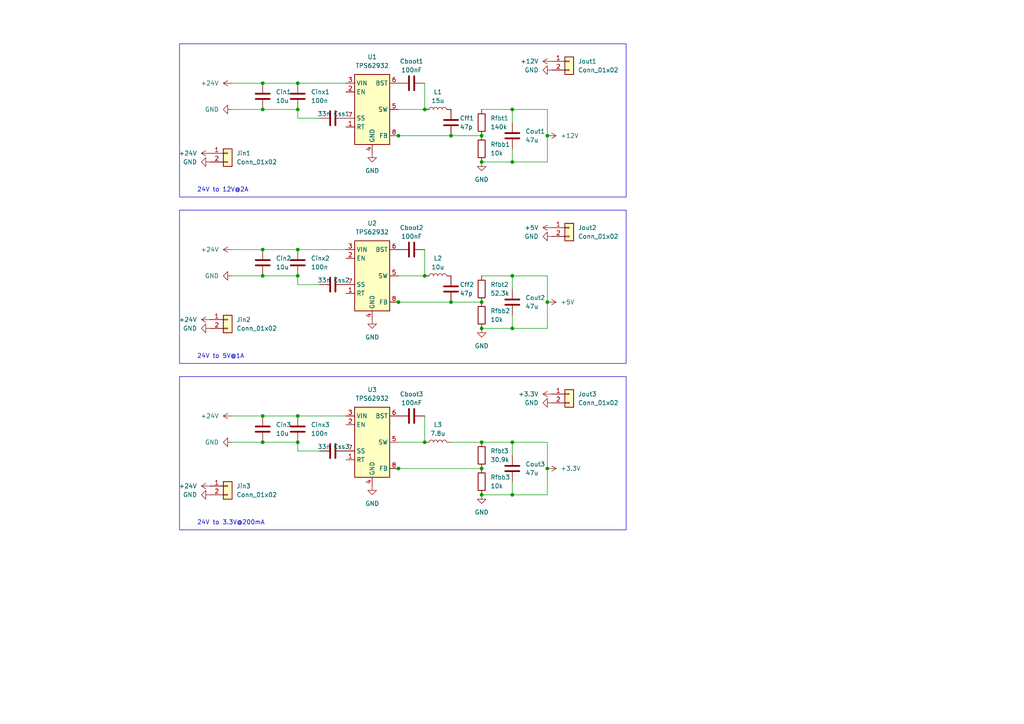
<source format=kicad_sch>
(kicad_sch (version 20230121) (generator eeschema)
  (paper "A4")
  (lib_symbols
    (symbol "Connector_Generic:Conn_01x02" (pin_names (offset 1.016) hide)
      (property "Reference" "J" (at 0 2.54 0))
      (property "Value" "Conn_01x02" (at 0 -5.08 0))
      (symbol "Conn_01x02_1_1"
        (rectangle (start -1.27 -2.413) (end 0 -2.667) (stroke (width 0.1524)))
        (rectangle (start -1.27 0.127) (end 0 -0.127) (stroke (width 0.1524)))
        (rectangle (start -1.27 1.27) (end 1.27 -3.81) (stroke (width 0.254)) (fill (type background)))
        (pin passive line (at -5.08 0 0) (length 3.81) (name "Pin_1") (number "1"))
        (pin passive line (at -5.08 -2.54 0) (length 3.81) (name "Pin_2") (number "2"))
      )
    )
    (symbol "Device:C" (pin_numbers hide) (pin_names (offset 0.254))
      (property "Reference" "C" (at 0.635 2.54 0))
      (property "Value" "C" (at 0.635 -2.54 0))
      (symbol "C_0_1"
        (polyline (pts (xy -2.032 -0.762) (xy 2.032 -0.762)) (stroke (width 0.508)))
        (polyline (pts (xy -2.032 0.762) (xy 2.032 0.762)) (stroke (width 0.508)))
      )
      (symbol "C_1_1"
        (pin passive line (at 0 3.81 270) (length 2.794) (name "~") (number "1"))
        (pin passive line (at 0 -3.81 90) (length 2.794) (name "~") (number "2"))
      )
    )
    (symbol "Device:L" (pin_numbers hide) (pin_names (offset 1.016) hide)
      (property "Reference" "L" (at -1.27 0 90))
      (property "Value" "L" (at 1.905 0 90))
      (symbol "L_0_1"
        (arc (start 0 -2.54) (mid 0.6323 -1.905) (end 0 -1.27))
        (arc (start 0 -1.27) (mid 0.6323 -0.635) (end 0 0))
        (arc (start 0 0) (mid 0.6323 0.635) (end 0 1.27))
        (arc (start 0 1.27) (mid 0.6323 1.905) (end 0 2.54))
      )
      (symbol "L_1_1"
        (pin passive line (at 0 3.81 270) (length 1.27) (name "1") (number "1"))
        (pin passive line (at 0 -3.81 90) (length 1.27) (name "2") (number "2"))
      )
    )
    (symbol "Device:R" (pin_numbers hide) (pin_names (offset 0))
      (property "Reference" "R" (at 2.032 0 90))
      (property "Value" "R" (at 0 0 90))
      (symbol "R_0_1"
        (rectangle (start -1.016 -2.54) (end 1.016 2.54) (stroke (width 0.254)))
      )
      (symbol "R_1_1"
        (pin passive line (at 0 3.81 270) (length 1.27) (name "~") (number "1"))
        (pin passive line (at 0 -3.81 90) (length 1.27) (name "~") (number "2"))
      )
    )
    (symbol "Regulator_Switching:TPS62932"
      (property "Reference" "U" (at 0 13.97 0))
      (property "Value" "TPS62932" (at 0 11.43 0))
      (symbol "TPS62932_0_1"
        (rectangle (start -5.08 10.16) (end 5.08 -10.16) (stroke (width 0.254)) (fill (type background)))
      )
      (symbol "TPS62932_1_1"
        (pin passive line (at -7.62 -5.08 0) (length 2.54) (name "RT") (number "1"))
        (pin input line (at -7.62 5.08 0) (length 2.54) (name "EN") (number "2"))
        (pin power_in line (at -7.62 7.62 0) (length 2.54) (name "VIN") (number "3"))
        (pin power_in line (at 0 -12.7 90) (length 2.54) (name "GND") (number "4"))
        (pin output line (at 7.62 0 180) (length 2.54) (name "SW") (number "5"))
        (pin passive line (at 7.62 7.62 180) (length 2.54) (name "BST") (number "6"))
        (pin passive line (at -7.62 -2.54 0) (length 2.54) (name "SS") (number "7"))
        (pin input line (at 7.62 -7.62 180) (length 2.54) (name "FB") (number "8"))
      )
    )
    (symbol "power:+12V" (power) (pin_names (offset 0))
      (property "Value" "+12V" (at 0 3.556 0))
      (symbol "+12V_0_1"
        (polyline (pts (xy -0.762 1.27) (xy 0 2.54)))
        (polyline (pts (xy 0 0) (xy 0 2.54)))
        (polyline (pts (xy 0 2.54) (xy 0.762 1.27)))
      )
      (symbol "+12V_1_1"
        (pin power_in line (at 0 0 90) (length 0) hide (name "+12V") (number "1"))
      )
    )
    (symbol "power:+24V" (power) (pin_names (offset 0))
      (property "Value" "+24V" (at 0 3.556 0))
      (symbol "+24V_0_1"
        (polyline (pts (xy -0.762 1.27) (xy 0 2.54)))
        (polyline (pts (xy 0 0) (xy 0 2.54)))
        (polyline (pts (xy 0 2.54) (xy 0.762 1.27)))
      )
      (symbol "+24V_1_1"
        (pin power_in line (at 0 0 90) (length 0) hide (name "+24V") (number "1"))
      )
    )
    (symbol "power:+3.3V" (power) (pin_names (offset 0))
      (property "Value" "+3.3V" (at 0 3.556 0))
      (symbol "+3.3V_0_1"
        (polyline (pts (xy -0.762 1.27) (xy 0 2.54)))
        (polyline (pts (xy 0 0) (xy 0 2.54)))
        (polyline (pts (xy 0 2.54) (xy 0.762 1.27)))
      )
      (symbol "+3.3V_1_1"
        (pin power_in line (at 0 0 90) (length 0) hide (name "+3.3V") (number "1"))
      )
    )
    (symbol "power:+5V" (power) (pin_names (offset 0))
      (property "Value" "+5V" (at 0 3.556 0))
      (symbol "+5V_0_1"
        (polyline (pts (xy -0.762 1.27) (xy 0 2.54)))
        (polyline (pts (xy 0 0) (xy 0 2.54)))
        (polyline (pts (xy 0 2.54) (xy 0.762 1.27)))
      )
      (symbol "+5V_1_1"
        (pin power_in line (at 0 0 90) (length 0) hide (name "+5V") (number "1"))
      )
    )
    (symbol "power:GND" (power) (pin_names (offset 0))
      (property "Value" "GND" (at 0 -3.81 0))
      (symbol "GND_0_1"
        (polyline (pts (xy 0 0) (xy 0 -1.27) (xy 1.27 -1.27) (xy 0 -2.54) (xy -1.27 -1.27) (xy 0 -1.27)))
      )
      (symbol "GND_1_1"
        (pin power_in line (at 0 0 270) (length 0) hide (name "GND") (number "1"))
      )
    )
  )
  (junction (at 115.57 39.37))
  (junction (at 148.59 128.27))
  (junction (at 158.75 87.63))
  (junction (at 130.81 39.37))
  (junction (at 76.2 31.75))
  (junction (at 148.59 143.51))
  (junction (at 123.19 31.75))
  (junction (at 139.7 128.27))
  (junction (at 139.7 39.37))
  (junction (at 115.57 135.89))
  (junction (at 139.7 87.63))
  (junction (at 158.75 39.37))
  (junction (at 86.36 120.65))
  (junction (at 86.36 72.39))
  (junction (at 86.36 31.75))
  (junction (at 76.2 120.65))
  (junction (at 76.2 24.13))
  (junction (at 158.75 135.89))
  (junction (at 139.7 135.89))
  (junction (at 115.57 87.63))
  (junction (at 148.59 95.25))
  (junction (at 76.2 72.39))
  (junction (at 76.2 80.01))
  (junction (at 148.59 31.75))
  (junction (at 139.7 46.99))
  (junction (at 139.7 143.51))
  (junction (at 86.36 24.13))
  (junction (at 123.19 128.27))
  (junction (at 86.36 128.27))
  (junction (at 86.36 80.01))
  (junction (at 130.81 87.63))
  (junction (at 148.59 80.01))
  (junction (at 139.7 95.25))
  (junction (at 76.2 128.27))
  (junction (at 148.59 46.99))
  (junction (at 123.19 80.01))
  (wire (pts (xy 67.31 120.65) (xy 76.2 120.65)))
  (wire (pts (xy 86.36 120.65) (xy 100.33 120.65)))
  (wire (pts (xy 148.59 31.75) (xy 158.75 31.75)))
  (wire (pts (xy 130.81 87.63) (xy 139.7 87.63)))
  (wire (pts (xy 76.2 120.65) (xy 86.36 120.65)))
  (wire (pts (xy 86.36 82.55) (xy 86.36 80.01)))
  (wire (pts (xy 86.36 24.13) (xy 100.33 24.13)))
  (wire (pts (xy 67.31 24.13) (xy 76.2 24.13)))
  (wire (pts (xy 86.36 31.75) (xy 76.2 31.75)))
  (wire (pts (xy 123.19 72.39) (xy 123.19 80.01)))
  (wire (pts (xy 148.59 80.01) (xy 148.59 83.82)))
  (wire (pts (xy 86.36 128.27) (xy 76.2 128.27)))
  (wire (pts (xy 113.03 135.89) (xy 115.57 135.89)))
  (wire (pts (xy 148.59 143.51) (xy 139.7 143.51)))
  (wire (pts (xy 130.81 128.27) (xy 139.7 128.27)))
  (wire (pts (xy 113.03 39.37) (xy 115.57 39.37)))
  (wire (pts (xy 139.7 80.01) (xy 148.59 80.01)))
  (wire (pts (xy 148.59 139.7) (xy 148.59 143.51)))
  (wire (pts (xy 148.59 46.99) (xy 139.7 46.99)))
  (wire (pts (xy 113.03 87.63) (xy 115.57 87.63)))
  (wire (pts (xy 76.2 31.75) (xy 67.31 31.75)))
  (wire (pts (xy 86.36 34.29) (xy 86.36 31.75)))
  (wire (pts (xy 76.2 72.39) (xy 86.36 72.39)))
  (wire (pts (xy 139.7 31.75) (xy 148.59 31.75)))
  (wire (pts (xy 115.57 80.01) (xy 123.19 80.01)))
  (wire (pts (xy 76.2 24.13) (xy 86.36 24.13)))
  (wire (pts (xy 115.57 128.27) (xy 123.19 128.27)))
  (wire (pts (xy 148.59 43.18) (xy 148.59 46.99)))
  (wire (pts (xy 92.71 130.81) (xy 86.36 130.81)))
  (wire (pts (xy 86.36 130.81) (xy 86.36 128.27)))
  (wire (pts (xy 92.71 34.29) (xy 86.36 34.29)))
  (wire (pts (xy 158.75 80.01) (xy 158.75 87.63)))
  (wire (pts (xy 139.7 128.27) (xy 148.59 128.27)))
  (wire (pts (xy 115.57 135.89) (xy 139.7 135.89)))
  (wire (pts (xy 158.75 143.51) (xy 148.59 143.51)))
  (wire (pts (xy 115.57 87.63) (xy 130.81 87.63)))
  (wire (pts (xy 158.75 128.27) (xy 158.75 135.89)))
  (wire (pts (xy 67.31 72.39) (xy 76.2 72.39)))
  (wire (pts (xy 86.36 72.39) (xy 100.33 72.39)))
  (wire (pts (xy 92.71 82.55) (xy 86.36 82.55)))
  (wire (pts (xy 158.75 87.63) (xy 158.75 95.25)))
  (wire (pts (xy 158.75 39.37) (xy 158.75 31.75)))
  (wire (pts (xy 148.59 128.27) (xy 158.75 128.27)))
  (wire (pts (xy 130.81 39.37) (xy 139.7 39.37)))
  (wire (pts (xy 148.59 91.44) (xy 148.59 95.25)))
  (wire (pts (xy 76.2 128.27) (xy 67.31 128.27)))
  (wire (pts (xy 123.19 24.13) (xy 123.19 31.75)))
  (wire (pts (xy 115.57 31.75) (xy 123.19 31.75)))
  (wire (pts (xy 158.75 135.89) (xy 158.75 143.51)))
  (wire (pts (xy 158.75 95.25) (xy 148.59 95.25)))
  (wire (pts (xy 76.2 80.01) (xy 67.31 80.01)))
  (wire (pts (xy 148.59 31.75) (xy 148.59 35.56)))
  (wire (pts (xy 148.59 128.27) (xy 148.59 132.08)))
  (wire (pts (xy 115.57 39.37) (xy 130.81 39.37)))
  (wire (pts (xy 158.75 39.37) (xy 158.75 46.99)))
  (wire (pts (xy 148.59 80.01) (xy 158.75 80.01)))
  (wire (pts (xy 86.36 80.01) (xy 76.2 80.01)))
  (wire (pts (xy 148.59 95.25) (xy 139.7 95.25)))
  (wire (pts (xy 123.19 120.65) (xy 123.19 128.27)))
  (wire (pts (xy 158.75 46.99) (xy 148.59 46.99)))
  (rectangle (start 52.07 60.96) (end 181.61 105.41))
  (rectangle (start 52.07 109.22) (end 181.61 153.67))
  (rectangle (start 52.07 12.7) (end 181.61 57.15))
  (text "24V to 12V@2A" (at 57.15 55.88 0) (effects (font (size 1.27 1.27)) (justify left bottom)))
  (text "24V to 3.3V@200mA" (at 57.15 152.4 0) (effects (font (size 1.27 1.27)) (justify left bottom)))
  (text "24V to 5V@1A" (at 57.15 104.14 0) (effects (font (size 1.27 1.27)) (justify left bottom)))
  (symbol (lib_id "Device:C") (at 96.52 130.81 270) (unit 1)
    (property "Reference" "Css3" (at 99.06 129.54 90))
    (property "Value" "33n" (at 93.98 129.54 90))
    (property "Footprint" "Capacitor_SMD:C_0402_1005Metric_Pad0.74x0.62mm_HandSolder" (effects hide))
  )
  (symbol (lib_id "Device:R") (at 139.7 132.08 0) (unit 1)
    (property "Reference" "Rfbt3" (at 142.24 130.81 0) (effects (justify left)))
    (property "Value" "30.9k" (at 142.24 133.35 0) (effects (justify left)))
    (property "Footprint" "Resistor_THT:R_Axial_DIN0309_L9.0mm_D3.2mm_P15.24mm_Horizontal" (effects hide))
  )
  (symbol (lib_id "power:+5V") (at 158.75 87.63 270) (mirror x) (unit 1)
    (property "Reference" "#PWR017" (effects hide))
    (property "Value" "+5V" (at 162.56 87.63 90) (effects (justify left)))
  )
  (symbol (lib_id "Regulator_Switching:TPS62932") (at 107.95 128.27 0) (unit 1)
    (property "Reference" "U3" (at 107.95 113.03 0))
    (property "Value" "TPS62932" (at 107.95 115.57 0))
    (property "Footprint" "Package_TO_SOT_SMD:SOT-583-8" (effects hide))
    (property "Datasheet" "https://www.ti.com/lit/ds/symlink/tps62933.pdf" (effects hide))
  )
  (symbol (lib_id "power:+3.3V") (at 158.75 135.89 270) (mirror x) (unit 1)
    (property "Reference" "#PWR026" (effects hide))
    (property "Value" "+3.3V" (at 162.56 135.89 90) (effects (justify left)))
  )
  (symbol (lib_id "power:GND") (at 60.96 95.25 270) (unit 1)
    (property "Reference" "#PWR011" (effects hide))
    (property "Value" "GND" (at 57.15 95.25 90) (effects (justify right)))
  )
  (symbol (lib_id "Connector_Generic:Conn_01x02") (at 165.1 66.04 0) (unit 1)
    (property "Reference" "Jout2" (at 167.64 66.04 0) (effects (justify left)))
    (property "Value" "Conn_01x02" (at 167.64 68.58 0) (effects (justify left)))
    (property "Footprint" "Connector_Wire:SolderWire-0.1sqmm_1x02_P3.6mm_D0.4mm_OD1mm" (effects hide))
  )
  (symbol (lib_id "Regulator_Switching:TPS62932") (at 107.95 31.75 0) (unit 1)
    (property "Reference" "U1" (at 107.95 16.51 0))
    (property "Value" "TPS62932" (at 107.95 19.05 0))
    (property "Footprint" "Package_TO_SOT_SMD:SOT-583-8" (effects hide))
    (property "Datasheet" "https://www.ti.com/lit/ds/symlink/tps62933.pdf" (effects hide))
  )
  (symbol (lib_id "Device:C") (at 119.38 120.65 270) (unit 1)
    (property "Reference" "Cboot3" (at 119.38 114.3 90))
    (property "Value" "100nF" (at 119.38 116.84 90))
    (property "Footprint" "Capacitor_SMD:C_0402_1005Metric_Pad0.74x0.62mm_HandSolder" (effects hide))
  )
  (symbol (lib_id "Device:C") (at 76.2 124.46 0) (unit 1)
    (property "Reference" "Cin3" (at 80.01 123.19 0) (effects (justify left)))
    (property "Value" "10u" (at 80.01 125.73 0) (effects (justify left)))
    (property "Footprint" "Capacitor_SMD:C_1206_3216Metric_Pad1.33x1.80mm_HandSolder" (effects hide))
  )
  (symbol (lib_id "Device:R") (at 139.7 139.7 0) (unit 1)
    (property "Reference" "Rfbb3" (at 142.24 138.43 0) (effects (justify left)))
    (property "Value" "10k" (at 142.24 140.97 0) (effects (justify left)))
    (property "Footprint" "Resistor_THT:R_Axial_DIN0309_L9.0mm_D3.2mm_P15.24mm_Horizontal" (effects hide))
  )
  (symbol (lib_id "Regulator_Switching:TPS62932") (at 107.95 80.01 0) (unit 1)
    (property "Reference" "U2" (at 107.95 64.77 0))
    (property "Value" "TPS62932" (at 107.95 67.31 0))
    (property "Footprint" "Package_TO_SOT_SMD:SOT-583-8" (effects hide))
    (property "Datasheet" "https://www.ti.com/lit/ds/symlink/tps62933.pdf" (effects hide))
  )
  (symbol (lib_id "power:GND") (at 107.95 44.45 0) (unit 1)
    (property "Reference" "#PWR05" (effects hide))
    (property "Value" "GND" (at 107.95 49.53 0))
  )
  (symbol (lib_id "power:GND") (at 160.02 68.58 270) (unit 1)
    (property "Reference" "#PWR018" (effects hide))
    (property "Value" "GND" (at 156.21 68.58 90) (effects (justify right)))
  )
  (symbol (lib_id "Device:C") (at 96.52 82.55 270) (unit 1)
    (property "Reference" "Css2" (at 99.06 81.28 90))
    (property "Value" "33n" (at 93.98 81.28 90))
    (property "Footprint" "Capacitor_SMD:C_0402_1005Metric_Pad0.74x0.62mm_HandSolder" (effects hide))
  )
  (symbol (lib_id "Device:C") (at 76.2 27.94 0) (unit 1)
    (property "Reference" "Cin1" (at 80.01 26.67 0) (effects (justify left)))
    (property "Value" "10u" (at 80.01 29.21 0) (effects (justify left)))
    (property "Footprint" "Capacitor_SMD:C_1206_3216Metric_Pad1.33x1.80mm_HandSolder" (effects hide))
  )
  (symbol (lib_id "power:GND") (at 67.31 128.27 270) (unit 1)
    (property "Reference" "#PWR022" (effects hide))
    (property "Value" "GND" (at 63.5 128.27 90) (effects (justify right)))
  )
  (symbol (lib_id "Device:C") (at 130.81 35.56 0) (unit 1)
    (property "Reference" "Cff1" (at 133.35 34.29 0) (effects (justify left)))
    (property "Value" "47p" (at 133.35 36.83 0) (effects (justify left)))
    (property "Footprint" "Capacitor_SMD:C_0201_0603Metric_Pad0.64x0.40mm_HandSolder" (effects hide))
  )
  (symbol (lib_id "Device:L") (at 127 80.01 90) (unit 1)
    (property "Reference" "L2" (at 127 74.93 90))
    (property "Value" "10u" (at 127 77.47 90))
    (property "Footprint" "Inductor_THT:L_Axial_L7.0mm_D3.3mm_P10.16mm_Horizontal_Fastron_MICC" (effects hide))
  )
  (symbol (lib_id "power:GND") (at 139.7 95.25 0) (unit 1)
    (property "Reference" "#PWR015" (effects hide))
    (property "Value" "GND" (at 139.7 100.33 0))
  )
  (symbol (lib_id "power:+12V") (at 158.75 39.37 270) (unit 1)
    (property "Reference" "#PWR07" (effects hide))
    (property "Value" "+12V" (at 162.56 39.37 90) (effects (justify left)))
  )
  (symbol (lib_id "Device:L") (at 127 128.27 90) (unit 1)
    (property "Reference" "L3" (at 127 123.19 90))
    (property "Value" "7.8u" (at 127 125.73 90))
    (property "Footprint" "Inductor_THT:L_Axial_L7.0mm_D3.3mm_P10.16mm_Horizontal_Fastron_MICC" (effects hide))
  )
  (symbol (lib_id "power:+24V") (at 60.96 140.97 90) (unit 1)
    (property "Reference" "#PWR019" (effects hide))
    (property "Value" "+24V" (at 57.15 140.97 90) (effects (justify left)))
  )
  (symbol (lib_id "power:GND") (at 160.02 116.84 270) (unit 1)
    (property "Reference" "#PWR027" (effects hide))
    (property "Value" "GND" (at 156.21 116.84 90) (effects (justify right)))
  )
  (symbol (lib_id "power:GND") (at 160.02 20.32 270) (unit 1)
    (property "Reference" "#PWR09" (effects hide))
    (property "Value" "GND" (at 156.21 20.32 90) (effects (justify right)))
  )
  (symbol (lib_id "power:+3.3V") (at 160.02 114.3 90) (unit 1)
    (property "Reference" "#PWR025" (effects hide))
    (property "Value" "+3.3V" (at 156.21 114.3 90) (effects (justify left)))
  )
  (symbol (lib_id "Device:C") (at 86.36 76.2 0) (unit 1)
    (property "Reference" "Cinx2" (at 90.17 74.93 0) (effects (justify left)))
    (property "Value" "100n" (at 90.17 77.47 0) (effects (justify left)))
    (property "Footprint" "Capacitor_SMD:C_0603_1608Metric_Pad1.08x0.95mm_HandSolder" (effects hide))
  )
  (symbol (lib_id "Device:R") (at 139.7 43.18 0) (unit 1)
    (property "Reference" "Rfbb1" (at 142.24 41.91 0) (effects (justify left)))
    (property "Value" "10k" (at 142.24 44.45 0) (effects (justify left)))
    (property "Footprint" "Resistor_THT:R_Axial_DIN0309_L9.0mm_D3.2mm_P15.24mm_Horizontal" (effects hide))
  )
  (symbol (lib_id "power:GND") (at 139.7 143.51 0) (unit 1)
    (property "Reference" "#PWR024" (effects hide))
    (property "Value" "GND" (at 139.7 148.59 0))
  )
  (symbol (lib_id "Device:C") (at 86.36 124.46 0) (unit 1)
    (property "Reference" "Cinx3" (at 90.17 123.19 0) (effects (justify left)))
    (property "Value" "100n" (at 90.17 125.73 0) (effects (justify left)))
    (property "Footprint" "Capacitor_SMD:C_0603_1608Metric_Pad1.08x0.95mm_HandSolder" (effects hide))
  )
  (symbol (lib_id "power:+24V") (at 67.31 24.13 90) (unit 1)
    (property "Reference" "#PWR02" (effects hide))
    (property "Value" "+24V" (at 63.5 24.13 90) (effects (justify left)))
  )
  (symbol (lib_id "Device:C") (at 130.81 83.82 0) (unit 1)
    (property "Reference" "Cff2" (at 133.35 82.55 0) (effects (justify left)))
    (property "Value" "47p" (at 133.35 85.09 0) (effects (justify left)))
    (property "Footprint" "Capacitor_SMD:C_0201_0603Metric_Pad0.64x0.40mm_HandSolder" (effects hide))
  )
  (symbol (lib_id "power:+24V") (at 67.31 120.65 90) (unit 1)
    (property "Reference" "#PWR021" (effects hide))
    (property "Value" "+24V" (at 63.5 120.65 90) (effects (justify left)))
  )
  (symbol (lib_id "Connector_Generic:Conn_01x02") (at 66.04 140.97 0) (unit 1)
    (property "Reference" "Jin3" (at 68.58 140.97 0) (effects (justify left)))
    (property "Value" "Conn_01x02" (at 68.58 143.51 0) (effects (justify left)))
    (property "Footprint" "Connector_Wire:SolderWire-0.1sqmm_1x02_P3.6mm_D0.4mm_OD1mm" (effects hide))
  )
  (symbol (lib_id "power:GND") (at 107.95 140.97 0) (unit 1)
    (property "Reference" "#PWR023" (effects hide))
    (property "Value" "GND" (at 107.95 146.05 0))
  )
  (symbol (lib_id "Device:C") (at 76.2 76.2 0) (unit 1)
    (property "Reference" "Cin2" (at 80.01 74.93 0) (effects (justify left)))
    (property "Value" "10u" (at 80.01 77.47 0) (effects (justify left)))
    (property "Footprint" "Capacitor_SMD:C_1206_3216Metric_Pad1.33x1.80mm_HandSolder" (effects hide))
  )
  (symbol (lib_id "power:GND") (at 60.96 46.99 270) (unit 1)
    (property "Reference" "#PWR08" (effects hide))
    (property "Value" "GND" (at 57.15 46.99 90) (effects (justify right)))
  )
  (symbol (lib_id "Connector_Generic:Conn_01x02") (at 165.1 17.78 0) (unit 1)
    (property "Reference" "Jout1" (at 167.64 17.78 0) (effects (justify left)))
    (property "Value" "Conn_01x02" (at 167.64 20.32 0) (effects (justify left)))
    (property "Footprint" "Connector_Wire:SolderWire-0.1sqmm_1x02_P3.6mm_D0.4mm_OD1mm" (effects hide))
  )
  (symbol (lib_id "Device:L") (at 127 31.75 90) (unit 1)
    (property "Reference" "L1" (at 127 26.67 90))
    (property "Value" "15u" (at 127 29.21 90))
    (property "Footprint" "Inductor_THT:L_Axial_L7.0mm_D3.3mm_P10.16mm_Horizontal_Fastron_MICC" (effects hide))
  )
  (symbol (lib_id "power:+24V") (at 60.96 44.45 90) (unit 1)
    (property "Reference" "#PWR04" (effects hide))
    (property "Value" "+24V" (at 57.15 44.45 90) (effects (justify left)))
  )
  (symbol (lib_id "Device:C") (at 119.38 72.39 270) (unit 1)
    (property "Reference" "Cboot2" (at 119.38 66.04 90))
    (property "Value" "100nF" (at 119.38 68.58 90))
    (property "Footprint" "Capacitor_SMD:C_0402_1005Metric_Pad0.74x0.62mm_HandSolder" (effects hide))
  )
  (symbol (lib_id "Connector_Generic:Conn_01x02") (at 165.1 114.3 0) (unit 1)
    (property "Reference" "Jout3" (at 167.64 114.3 0) (effects (justify left)))
    (property "Value" "Conn_01x02" (at 167.64 116.84 0) (effects (justify left)))
    (property "Footprint" "Connector_Wire:SolderWire-0.1sqmm_1x02_P3.6mm_D0.4mm_OD1mm" (effects hide))
  )
  (symbol (lib_id "Device:C") (at 86.36 27.94 0) (unit 1)
    (property "Reference" "Cinx1" (at 90.17 26.67 0) (effects (justify left)))
    (property "Value" "100n" (at 90.17 29.21 0) (effects (justify left)))
    (property "Footprint" "Capacitor_SMD:C_0603_1608Metric_Pad1.08x0.95mm_HandSolder" (effects hide))
  )
  (symbol (lib_id "Device:C") (at 148.59 135.89 0) (unit 1)
    (property "Reference" "Cout3" (at 152.4 134.62 0) (effects (justify left)))
    (property "Value" "47u" (at 152.4 137.16 0) (effects (justify left)))
    (property "Footprint" "Capacitor_SMD:C_1210_3225Metric_Pad1.33x2.70mm_HandSolder" (effects hide))
  )
  (symbol (lib_id "power:GND") (at 139.7 46.99 0) (unit 1)
    (property "Reference" "#PWR06" (effects hide))
    (property "Value" "GND" (at 139.7 52.07 0))
  )
  (symbol (lib_id "power:GND") (at 60.96 143.51 270) (unit 1)
    (property "Reference" "#PWR020" (effects hide))
    (property "Value" "GND" (at 57.15 143.51 90) (effects (justify right)))
  )
  (symbol (lib_id "Device:C") (at 119.38 24.13 270) (unit 1)
    (property "Reference" "Cboot1" (at 119.38 17.78 90))
    (property "Value" "100nF" (at 119.38 20.32 90))
    (property "Footprint" "Capacitor_SMD:C_0402_1005Metric_Pad0.74x0.62mm_HandSolder" (effects hide))
  )
  (symbol (lib_id "Device:R") (at 139.7 91.44 0) (unit 1)
    (property "Reference" "Rfbb2" (at 142.24 90.17 0) (effects (justify left)))
    (property "Value" "10k" (at 142.24 92.71 0) (effects (justify left)))
    (property "Footprint" "Resistor_THT:R_Axial_DIN0309_L9.0mm_D3.2mm_P15.24mm_Horizontal" (effects hide))
  )
  (symbol (lib_id "power:+24V") (at 60.96 92.71 90) (unit 1)
    (property "Reference" "#PWR010" (effects hide))
    (property "Value" "+24V" (at 57.15 92.71 90) (effects (justify left)))
  )
  (symbol (lib_id "power:+24V") (at 67.31 72.39 90) (unit 1)
    (property "Reference" "#PWR012" (effects hide))
    (property "Value" "+24V" (at 63.5 72.39 90) (effects (justify left)))
  )
  (symbol (lib_id "power:GND") (at 107.95 92.71 0) (unit 1)
    (property "Reference" "#PWR014" (effects hide))
    (property "Value" "GND" (at 107.95 97.79 0))
  )
  (symbol (lib_id "Device:C") (at 96.52 34.29 270) (unit 1)
    (property "Reference" "Css1" (at 99.06 33.02 90))
    (property "Value" "33n" (at 93.98 33.02 90))
    (property "Footprint" "Capacitor_SMD:C_0402_1005Metric_Pad0.74x0.62mm_HandSolder" (effects hide))
  )
  (symbol (lib_id "power:+12V") (at 160.02 17.78 90) (mirror x) (unit 1)
    (property "Reference" "#PWR03" (effects hide))
    (property "Value" "+12V" (at 156.21 17.78 90) (effects (justify left)))
  )
  (symbol (lib_id "Device:C") (at 148.59 87.63 0) (unit 1)
    (property "Reference" "Cout2" (at 152.4 86.36 0) (effects (justify left)))
    (property "Value" "47u" (at 152.4 88.9 0) (effects (justify left)))
    (property "Footprint" "Capacitor_SMD:C_1210_3225Metric_Pad1.33x2.70mm_HandSolder" (effects hide))
  )
  (symbol (lib_id "Connector_Generic:Conn_01x02") (at 66.04 44.45 0) (unit 1)
    (property "Reference" "Jin1" (at 68.58 44.45 0) (effects (justify left)))
    (property "Value" "Conn_01x02" (at 68.58 46.99 0) (effects (justify left)))
    (property "Footprint" "Connector_Wire:SolderWire-0.1sqmm_1x02_P3.6mm_D0.4mm_OD1mm" (effects hide))
  )
  (symbol (lib_id "Connector_Generic:Conn_01x02") (at 66.04 92.71 0) (unit 1)
    (property "Reference" "Jin2" (at 68.58 92.71 0) (effects (justify left)))
    (property "Value" "Conn_01x02" (at 68.58 95.25 0) (effects (justify left)))
    (property "Footprint" "Connector_Wire:SolderWire-0.1sqmm_1x02_P3.6mm_D0.4mm_OD1mm" (effects hide))
  )
  (symbol (lib_id "Device:C") (at 148.59 39.37 0) (unit 1)
    (property "Reference" "Cout1" (at 152.4 38.1 0) (effects (justify left)))
    (property "Value" "47u" (at 152.4 40.64 0) (effects (justify left)))
    (property "Footprint" "Capacitor_SMD:C_1210_3225Metric_Pad1.33x2.70mm_HandSolder" (effects hide))
  )
  (symbol (lib_id "power:GND") (at 67.31 31.75 270) (unit 1)
    (property "Reference" "#PWR01" (effects hide))
    (property "Value" "GND" (at 63.5 31.75 90) (effects (justify right)))
  )
  (symbol (lib_id "power:+5V") (at 160.02 66.04 90) (unit 1)
    (property "Reference" "#PWR016" (effects hide))
    (property "Value" "+5V" (at 156.21 66.04 90) (effects (justify left)))
  )
  (symbol (lib_id "power:GND") (at 67.31 80.01 270) (unit 1)
    (property "Reference" "#PWR013" (effects hide))
    (property "Value" "GND" (at 63.5 80.01 90) (effects (justify right)))
  )
  (symbol (lib_id "Device:R") (at 139.7 35.56 0) (unit 1)
    (property "Reference" "Rfbt1" (at 142.24 34.29 0) (effects (justify left)))
    (property "Value" "140k" (at 142.24 36.83 0) (effects (justify left)))
    (property "Footprint" "Resistor_THT:R_Axial_DIN0309_L9.0mm_D3.2mm_P15.24mm_Horizontal" (effects hide))
  )
  (symbol (lib_id "Device:R") (at 139.7 83.82 0) (unit 1)
    (property "Reference" "Rfbt2" (at 142.24 82.55 0) (effects (justify left)))
    (property "Value" "52.3k" (at 142.24 85.09 0) (effects (justify left)))
    (property "Footprint" "Resistor_THT:R_Axial_DIN0309_L9.0mm_D3.2mm_P15.24mm_Horizontal" (effects hide))
  )
)
</source>
